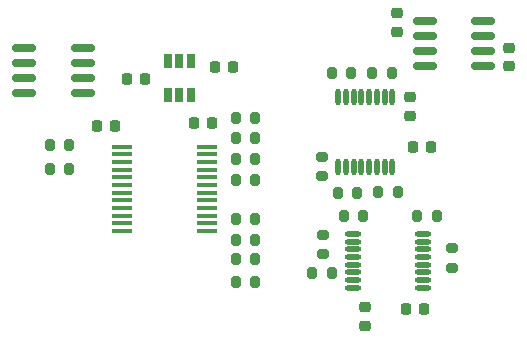
<source format=gbr>
%TF.GenerationSoftware,KiCad,Pcbnew,(6.0.11)*%
%TF.CreationDate,2024-01-26T14:49:33-06:00*%
%TF.ProjectId,voltage_sense,766f6c74-6167-4655-9f73-656e73652e6b,rev?*%
%TF.SameCoordinates,Original*%
%TF.FileFunction,Paste,Bot*%
%TF.FilePolarity,Positive*%
%FSLAX46Y46*%
G04 Gerber Fmt 4.6, Leading zero omitted, Abs format (unit mm)*
G04 Created by KiCad (PCBNEW (6.0.11)) date 2024-01-26 14:49:33*
%MOMM*%
%LPD*%
G01*
G04 APERTURE LIST*
G04 Aperture macros list*
%AMRoundRect*
0 Rectangle with rounded corners*
0 $1 Rounding radius*
0 $2 $3 $4 $5 $6 $7 $8 $9 X,Y pos of 4 corners*
0 Add a 4 corners polygon primitive as box body*
4,1,4,$2,$3,$4,$5,$6,$7,$8,$9,$2,$3,0*
0 Add four circle primitives for the rounded corners*
1,1,$1+$1,$2,$3*
1,1,$1+$1,$4,$5*
1,1,$1+$1,$6,$7*
1,1,$1+$1,$8,$9*
0 Add four rect primitives between the rounded corners*
20,1,$1+$1,$2,$3,$4,$5,0*
20,1,$1+$1,$4,$5,$6,$7,0*
20,1,$1+$1,$6,$7,$8,$9,0*
20,1,$1+$1,$8,$9,$2,$3,0*%
G04 Aperture macros list end*
%ADD10R,0.650001X1.200000*%
%ADD11RoundRect,0.225000X0.225000X0.250000X-0.225000X0.250000X-0.225000X-0.250000X0.225000X-0.250000X0*%
%ADD12RoundRect,0.200000X-0.200000X-0.275000X0.200000X-0.275000X0.200000X0.275000X-0.200000X0.275000X0*%
%ADD13RoundRect,0.225000X-0.250000X0.225000X-0.250000X-0.225000X0.250000X-0.225000X0.250000X0.225000X0*%
%ADD14RoundRect,0.150000X0.825000X0.150000X-0.825000X0.150000X-0.825000X-0.150000X0.825000X-0.150000X0*%
%ADD15R,1.750000X0.450000*%
%ADD16RoundRect,0.225000X-0.225000X-0.250000X0.225000X-0.250000X0.225000X0.250000X-0.225000X0.250000X0*%
%ADD17RoundRect,0.200000X-0.275000X0.200000X-0.275000X-0.200000X0.275000X-0.200000X0.275000X0.200000X0*%
%ADD18RoundRect,0.200000X0.200000X0.275000X-0.200000X0.275000X-0.200000X-0.275000X0.200000X-0.275000X0*%
%ADD19O,1.400000X0.449999*%
%ADD20RoundRect,0.200000X0.275000X-0.200000X0.275000X0.200000X-0.275000X0.200000X-0.275000X-0.200000X0*%
%ADD21O,0.449999X1.400000*%
G04 APERTURE END LIST*
D10*
%TO.C,U11*%
X14035999Y27192501D03*
X14986000Y27192501D03*
X15935998Y27192501D03*
X15935998Y24242502D03*
X14986000Y24242502D03*
X14035999Y24242502D03*
%TD*%
D11*
%TO.C,C16*%
X36335000Y19875500D03*
X34785000Y19875500D03*
%TD*%
D12*
%TO.C,R36*%
X31306000Y26098500D03*
X32956000Y26098500D03*
%TD*%
D13*
%TO.C,C31*%
X42926000Y28270500D03*
X42926000Y26720500D03*
%TD*%
D14*
%TO.C,U6*%
X6793000Y28257500D03*
X6793000Y26987500D03*
X6793000Y25717500D03*
X6793000Y24447500D03*
X1843000Y24447500D03*
X1843000Y25717500D03*
X1843000Y26987500D03*
X1843000Y28257500D03*
%TD*%
D13*
%TO.C,C32*%
X33401000Y31191500D03*
X33401000Y29641500D03*
%TD*%
%TO.C,C17*%
X34544000Y24079500D03*
X34544000Y22529500D03*
%TD*%
D12*
%TO.C,R22*%
X19749000Y18859500D03*
X21399000Y18859500D03*
%TD*%
D15*
%TO.C,U2*%
X17316000Y19894500D03*
X17316000Y19244500D03*
X17316000Y18594500D03*
X17316000Y17944500D03*
X17316000Y17294500D03*
X17316000Y16644500D03*
X17316000Y15994500D03*
X17316000Y15344500D03*
X17316000Y14694500D03*
X17316000Y14044500D03*
X17316000Y13394500D03*
X17316000Y12744500D03*
X10116000Y12744500D03*
X10116000Y13394500D03*
X10116000Y14044500D03*
X10116000Y14694500D03*
X10116000Y15344500D03*
X10116000Y15994500D03*
X10116000Y16644500D03*
X10116000Y17294500D03*
X10116000Y17944500D03*
X10116000Y18594500D03*
X10116000Y19244500D03*
X10116000Y19894500D03*
%TD*%
D12*
%TO.C,R8*%
X4001000Y17970500D03*
X5651000Y17970500D03*
%TD*%
D16*
%TO.C,C23*%
X10528000Y25590500D03*
X12078000Y25590500D03*
%TD*%
D17*
%TO.C,R41*%
X27177998Y12445488D03*
X27177998Y10795488D03*
%TD*%
D12*
%TO.C,R20*%
X19749000Y20637500D03*
X21399000Y20637500D03*
%TD*%
D13*
%TO.C,C18*%
X30734000Y6299500D03*
X30734000Y4749500D03*
%TD*%
D16*
%TO.C,C7*%
X7988000Y21653500D03*
X9538000Y21653500D03*
%TD*%
D12*
%TO.C,R40*%
X28893000Y14033500D03*
X30543000Y14033500D03*
%TD*%
%TO.C,R25*%
X19749000Y8445500D03*
X21399000Y8445500D03*
%TD*%
D18*
%TO.C,R5*%
X5651000Y20002500D03*
X4001000Y20002500D03*
%TD*%
D12*
%TO.C,R21*%
X19749000Y12001500D03*
X21399000Y12001500D03*
%TD*%
%TO.C,R23*%
X19749000Y10350500D03*
X21399000Y10350500D03*
%TD*%
D19*
%TO.C,U10*%
X35588997Y12498487D03*
X35588997Y11848486D03*
X35588997Y11198487D03*
X35588997Y10548486D03*
X35588997Y9898487D03*
X35588997Y9248486D03*
X35588997Y8598487D03*
X35588997Y7948486D03*
X29688996Y7948486D03*
X29688996Y8598487D03*
X29688996Y9248486D03*
X29688996Y9898487D03*
X29688996Y10548486D03*
X29688996Y11198487D03*
X29688996Y11848486D03*
X29688996Y12498487D03*
%TD*%
D18*
%TO.C,R33*%
X29527000Y26098500D03*
X27877000Y26098500D03*
%TD*%
D14*
%TO.C,U5*%
X40699000Y30519500D03*
X40699000Y29249500D03*
X40699000Y27979500D03*
X40699000Y26709500D03*
X35749000Y26709500D03*
X35749000Y27979500D03*
X35749000Y29249500D03*
X35749000Y30519500D03*
%TD*%
D12*
%TO.C,R17*%
X19749000Y22288500D03*
X21399000Y22288500D03*
%TD*%
D18*
%TO.C,R32*%
X33464000Y16065500D03*
X31814000Y16065500D03*
%TD*%
D12*
%TO.C,R38*%
X26225998Y9207488D03*
X27875998Y9207488D03*
%TD*%
D17*
%TO.C,R42*%
X38100000Y11302500D03*
X38100000Y9652500D03*
%TD*%
D20*
%TO.C,R34*%
X27051000Y17399500D03*
X27051000Y19049500D03*
%TD*%
D21*
%TO.C,U8*%
X28459001Y24095499D03*
X29109002Y24095499D03*
X29759001Y24095499D03*
X30409002Y24095499D03*
X31059001Y24095499D03*
X31709002Y24095499D03*
X32359001Y24095499D03*
X33009002Y24095499D03*
X33009002Y18195498D03*
X32359001Y18195498D03*
X31709002Y18195498D03*
X31059001Y18195498D03*
X30409002Y18195498D03*
X29759001Y18195498D03*
X29109002Y18195498D03*
X28459001Y18195498D03*
%TD*%
D12*
%TO.C,R24*%
X19749000Y17081500D03*
X21399000Y17081500D03*
%TD*%
%TO.C,R35*%
X28385000Y15938500D03*
X30035000Y15938500D03*
%TD*%
D18*
%TO.C,R39*%
X36765998Y14033488D03*
X35115998Y14033488D03*
%TD*%
D11*
%TO.C,C24*%
X17793000Y21907500D03*
X16243000Y21907500D03*
%TD*%
D12*
%TO.C,R19*%
X19749000Y13779500D03*
X21399000Y13779500D03*
%TD*%
D11*
%TO.C,C20*%
X35700000Y6159500D03*
X34150000Y6159500D03*
%TD*%
D16*
%TO.C,C22*%
X18021000Y26606500D03*
X19571000Y26606500D03*
%TD*%
M02*

</source>
